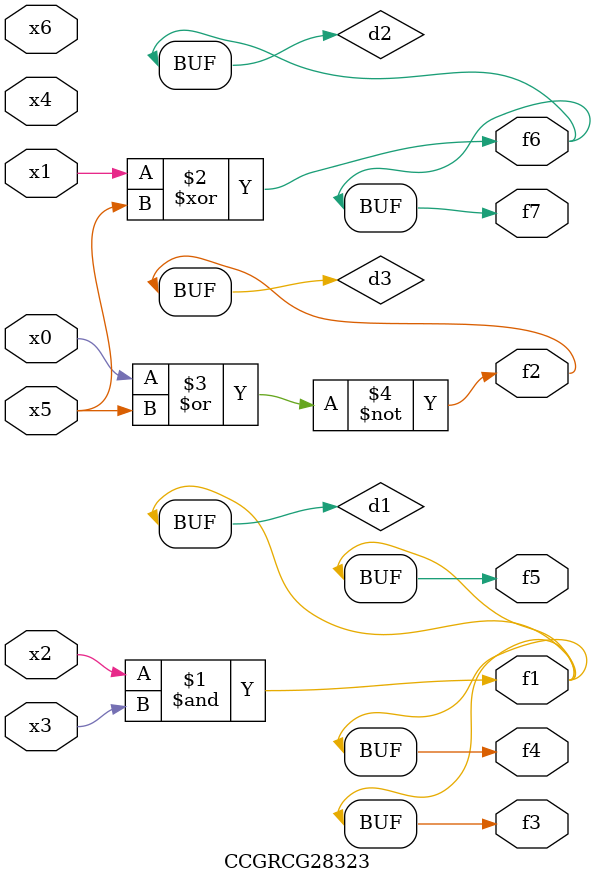
<source format=v>
module CCGRCG28323(
	input x0, x1, x2, x3, x4, x5, x6,
	output f1, f2, f3, f4, f5, f6, f7
);

	wire d1, d2, d3;

	and (d1, x2, x3);
	xor (d2, x1, x5);
	nor (d3, x0, x5);
	assign f1 = d1;
	assign f2 = d3;
	assign f3 = d1;
	assign f4 = d1;
	assign f5 = d1;
	assign f6 = d2;
	assign f7 = d2;
endmodule

</source>
